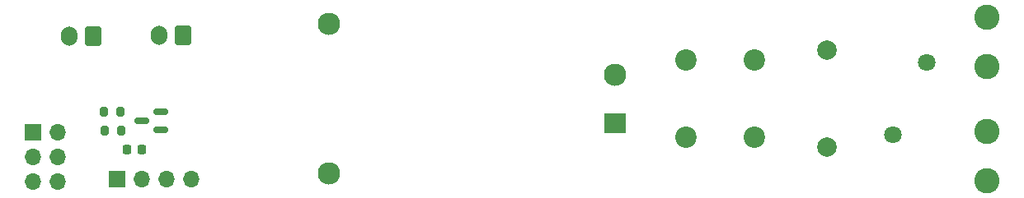
<source format=gbr>
%TF.GenerationSoftware,KiCad,Pcbnew,7.0.5-4d25ed1034~172~ubuntu22.04.1*%
%TF.CreationDate,2023-06-13T21:54:26+03:00*%
%TF.ProjectId,SolderPlate_Power,536f6c64-6572-4506-9c61-74655f506f77,1.0*%
%TF.SameCoordinates,Original*%
%TF.FileFunction,Soldermask,Bot*%
%TF.FilePolarity,Negative*%
%FSLAX46Y46*%
G04 Gerber Fmt 4.6, Leading zero omitted, Abs format (unit mm)*
G04 Created by KiCad (PCBNEW 7.0.5-4d25ed1034~172~ubuntu22.04.1) date 2023-06-13 21:54:26*
%MOMM*%
%LPD*%
G01*
G04 APERTURE LIST*
G04 Aperture macros list*
%AMRoundRect*
0 Rectangle with rounded corners*
0 $1 Rounding radius*
0 $2 $3 $4 $5 $6 $7 $8 $9 X,Y pos of 4 corners*
0 Add a 4 corners polygon primitive as box body*
4,1,4,$2,$3,$4,$5,$6,$7,$8,$9,$2,$3,0*
0 Add four circle primitives for the rounded corners*
1,1,$1+$1,$2,$3*
1,1,$1+$1,$4,$5*
1,1,$1+$1,$6,$7*
1,1,$1+$1,$8,$9*
0 Add four rect primitives between the rounded corners*
20,1,$1+$1,$2,$3,$4,$5,0*
20,1,$1+$1,$4,$5,$6,$7,0*
20,1,$1+$1,$6,$7,$8,$9,0*
20,1,$1+$1,$8,$9,$2,$3,0*%
G04 Aperture macros list end*
%ADD10C,2.600000*%
%ADD11C,1.800000*%
%ADD12RoundRect,0.250000X0.600000X0.750000X-0.600000X0.750000X-0.600000X-0.750000X0.600000X-0.750000X0*%
%ADD13O,1.700000X2.000000*%
%ADD14C,2.200000*%
%ADD15R,1.700000X1.700000*%
%ADD16O,1.700000X1.700000*%
%ADD17R,2.300000X2.000000*%
%ADD18C,2.300000*%
%ADD19C,2.000000*%
%ADD20RoundRect,0.225000X0.225000X0.250000X-0.225000X0.250000X-0.225000X-0.250000X0.225000X-0.250000X0*%
%ADD21RoundRect,0.200000X0.200000X0.275000X-0.200000X0.275000X-0.200000X-0.275000X0.200000X-0.275000X0*%
%ADD22RoundRect,0.150000X0.587500X0.150000X-0.587500X0.150000X-0.587500X-0.150000X0.587500X-0.150000X0*%
%ADD23RoundRect,0.200000X-0.200000X-0.275000X0.200000X-0.275000X0.200000X0.275000X-0.200000X0.275000X0*%
G04 APERTURE END LIST*
D10*
%TO.C,J3*%
X100000000Y2060000D03*
X100000000Y7140000D03*
%TD*%
D11*
%TO.C,RV1*%
X93800000Y14275000D03*
X90400000Y6775000D03*
%TD*%
D12*
%TO.C,J4*%
X8250000Y16975000D03*
D13*
X5750000Y16975000D03*
%TD*%
D14*
%TO.C,FL2*%
X76100000Y6525000D03*
X69100000Y6525000D03*
X76100000Y14525000D03*
X69100000Y14525000D03*
%TD*%
D12*
%TO.C,J2*%
X17500000Y17000000D03*
D13*
X15000000Y17000000D03*
%TD*%
D15*
%TO.C,J7*%
X2025000Y7080000D03*
D16*
X4565000Y7080000D03*
X2025000Y4540000D03*
X4565000Y4540000D03*
X2025000Y2000000D03*
X4565000Y2000000D03*
%TD*%
D10*
%TO.C,J1*%
X100000000Y18940000D03*
X100000000Y13860000D03*
%TD*%
D17*
%TO.C,PS1*%
X61812500Y8000000D03*
D18*
X61812500Y13000000D03*
X32412500Y2800000D03*
X32412500Y18200000D03*
%TD*%
D19*
%TO.C,C1*%
X83600000Y5525000D03*
X83600000Y15525000D03*
%TD*%
D15*
%TO.C,J5*%
X10695000Y2250000D03*
D16*
X13235000Y2250000D03*
X15775000Y2250000D03*
X18315000Y2250000D03*
%TD*%
D20*
%TO.C,C3*%
X13275000Y5250000D03*
X11725000Y5250000D03*
%TD*%
D21*
%TO.C,R7*%
X11075000Y7250000D03*
X9425000Y7250000D03*
%TD*%
D22*
%TO.C,Q3*%
X15150000Y9200000D03*
X15150000Y7300000D03*
X13275000Y8250000D03*
%TD*%
D23*
%TO.C,R6*%
X9375000Y9200000D03*
X11025000Y9200000D03*
%TD*%
M02*

</source>
